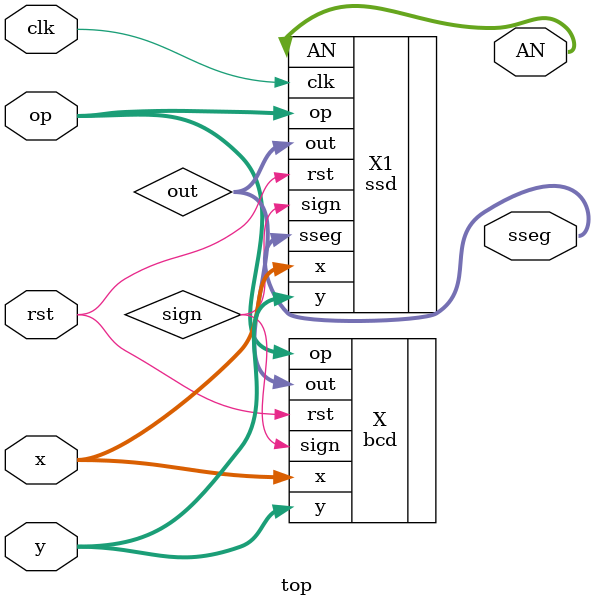
<source format=v>
`timescale 1ns / 1ps


module top(
    input clk,
    input rst,    
    input [4:0] x, 
    input [4:0] y, 
    input [1:0] op, 
    output [6:0] sseg,
    output [7:0] AN
    );
    
    wire [7:0] out; 
    wire sign;
    
    bcd X(
        .rst(rst),
        .x(x),
        .y(y),
        .op(op),
        .out(out),
        .sign(sign)
    ); 
    
    ssd X1(
        .clk(clk),
        .rst(rst),
        .x(x),
        .y(y),
        .op(op),
        .out(out),
        .sign(sign),
        .sseg(sseg),
        .AN(AN)
    );
    
endmodule

</source>
